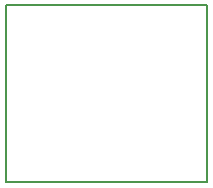
<source format=gko>
G04*
G04 #@! TF.GenerationSoftware,Altium Limited,Altium Designer,20.0.1 (14)*
G04*
G04 Layer_Color=16711935*
%FSLAX44Y44*%
%MOMM*%
G71*
G01*
G75*
%ADD12C,0.1800*%
D12*
Y1270D02*
Y151270D01*
X170000D01*
Y1270D02*
Y151270D01*
X0Y1270D02*
X170000D01*
M02*

</source>
